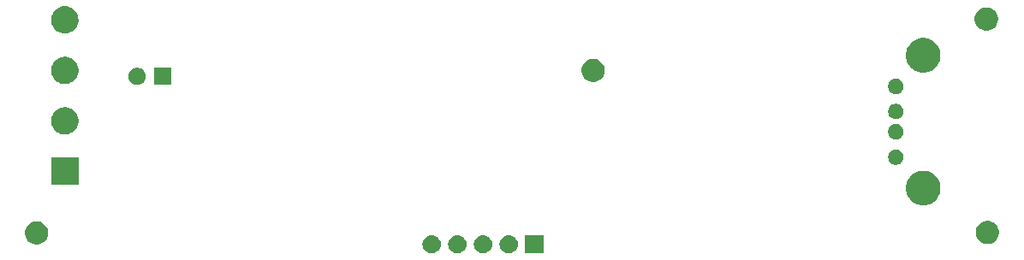
<source format=gbr>
G04 #@! TF.GenerationSoftware,KiCad,Pcbnew,(5.0.0)*
G04 #@! TF.CreationDate,2019-04-15T16:44:06+02:00*
G04 #@! TF.ProjectId,SolarPanelCharger,536F6C617250616E656C436861726765,rev?*
G04 #@! TF.SameCoordinates,Original*
G04 #@! TF.FileFunction,Soldermask,Bot*
G04 #@! TF.FilePolarity,Negative*
%FSLAX46Y46*%
G04 Gerber Fmt 4.6, Leading zero omitted, Abs format (unit mm)*
G04 Created by KiCad (PCBNEW (5.0.0)) date 04/15/19 16:44:06*
%MOMM*%
%LPD*%
G01*
G04 APERTURE LIST*
%ADD10C,0.100000*%
G04 APERTURE END LIST*
D10*
G36*
X64677243Y-44317519D02*
X64743427Y-44324037D01*
X64856653Y-44358384D01*
X64913267Y-44375557D01*
X65015372Y-44430134D01*
X65069791Y-44459222D01*
X65105529Y-44488552D01*
X65206986Y-44571814D01*
X65262617Y-44639602D01*
X65319578Y-44709009D01*
X65319579Y-44709011D01*
X65403243Y-44865533D01*
X65403243Y-44865534D01*
X65454763Y-45035373D01*
X65472159Y-45212000D01*
X65454763Y-45388627D01*
X65420416Y-45501853D01*
X65403243Y-45558467D01*
X65329148Y-45697087D01*
X65319578Y-45714991D01*
X65290248Y-45750729D01*
X65206986Y-45852186D01*
X65105529Y-45935448D01*
X65069791Y-45964778D01*
X65069789Y-45964779D01*
X64913267Y-46048443D01*
X64856653Y-46065616D01*
X64743427Y-46099963D01*
X64677242Y-46106482D01*
X64611060Y-46113000D01*
X64522540Y-46113000D01*
X64456358Y-46106482D01*
X64390173Y-46099963D01*
X64276947Y-46065616D01*
X64220333Y-46048443D01*
X64063811Y-45964779D01*
X64063809Y-45964778D01*
X64028071Y-45935448D01*
X63926614Y-45852186D01*
X63843352Y-45750729D01*
X63814022Y-45714991D01*
X63804452Y-45697087D01*
X63730357Y-45558467D01*
X63713184Y-45501853D01*
X63678837Y-45388627D01*
X63661441Y-45212000D01*
X63678837Y-45035373D01*
X63730357Y-44865534D01*
X63730357Y-44865533D01*
X63814021Y-44709011D01*
X63814022Y-44709009D01*
X63870983Y-44639602D01*
X63926614Y-44571814D01*
X64028071Y-44488552D01*
X64063809Y-44459222D01*
X64118228Y-44430134D01*
X64220333Y-44375557D01*
X64276947Y-44358384D01*
X64390173Y-44324037D01*
X64456357Y-44317519D01*
X64522540Y-44311000D01*
X64611060Y-44311000D01*
X64677243Y-44317519D01*
X64677243Y-44317519D01*
G37*
G36*
X62137243Y-44317519D02*
X62203427Y-44324037D01*
X62316653Y-44358384D01*
X62373267Y-44375557D01*
X62475372Y-44430134D01*
X62529791Y-44459222D01*
X62565529Y-44488552D01*
X62666986Y-44571814D01*
X62722617Y-44639602D01*
X62779578Y-44709009D01*
X62779579Y-44709011D01*
X62863243Y-44865533D01*
X62863243Y-44865534D01*
X62914763Y-45035373D01*
X62932159Y-45212000D01*
X62914763Y-45388627D01*
X62880416Y-45501853D01*
X62863243Y-45558467D01*
X62789148Y-45697087D01*
X62779578Y-45714991D01*
X62750248Y-45750729D01*
X62666986Y-45852186D01*
X62565529Y-45935448D01*
X62529791Y-45964778D01*
X62529789Y-45964779D01*
X62373267Y-46048443D01*
X62316653Y-46065616D01*
X62203427Y-46099963D01*
X62137242Y-46106482D01*
X62071060Y-46113000D01*
X61982540Y-46113000D01*
X61916358Y-46106482D01*
X61850173Y-46099963D01*
X61736947Y-46065616D01*
X61680333Y-46048443D01*
X61523811Y-45964779D01*
X61523809Y-45964778D01*
X61488071Y-45935448D01*
X61386614Y-45852186D01*
X61303352Y-45750729D01*
X61274022Y-45714991D01*
X61264452Y-45697087D01*
X61190357Y-45558467D01*
X61173184Y-45501853D01*
X61138837Y-45388627D01*
X61121441Y-45212000D01*
X61138837Y-45035373D01*
X61190357Y-44865534D01*
X61190357Y-44865533D01*
X61274021Y-44709011D01*
X61274022Y-44709009D01*
X61330983Y-44639602D01*
X61386614Y-44571814D01*
X61488071Y-44488552D01*
X61523809Y-44459222D01*
X61578228Y-44430134D01*
X61680333Y-44375557D01*
X61736947Y-44358384D01*
X61850173Y-44324037D01*
X61916357Y-44317519D01*
X61982540Y-44311000D01*
X62071060Y-44311000D01*
X62137243Y-44317519D01*
X62137243Y-44317519D01*
G37*
G36*
X67217243Y-44317519D02*
X67283427Y-44324037D01*
X67396653Y-44358384D01*
X67453267Y-44375557D01*
X67555372Y-44430134D01*
X67609791Y-44459222D01*
X67645529Y-44488552D01*
X67746986Y-44571814D01*
X67802617Y-44639602D01*
X67859578Y-44709009D01*
X67859579Y-44709011D01*
X67943243Y-44865533D01*
X67943243Y-44865534D01*
X67994763Y-45035373D01*
X68012159Y-45212000D01*
X67994763Y-45388627D01*
X67960416Y-45501853D01*
X67943243Y-45558467D01*
X67869148Y-45697087D01*
X67859578Y-45714991D01*
X67830248Y-45750729D01*
X67746986Y-45852186D01*
X67645529Y-45935448D01*
X67609791Y-45964778D01*
X67609789Y-45964779D01*
X67453267Y-46048443D01*
X67396653Y-46065616D01*
X67283427Y-46099963D01*
X67217242Y-46106482D01*
X67151060Y-46113000D01*
X67062540Y-46113000D01*
X66996358Y-46106482D01*
X66930173Y-46099963D01*
X66816947Y-46065616D01*
X66760333Y-46048443D01*
X66603811Y-45964779D01*
X66603809Y-45964778D01*
X66568071Y-45935448D01*
X66466614Y-45852186D01*
X66383352Y-45750729D01*
X66354022Y-45714991D01*
X66344452Y-45697087D01*
X66270357Y-45558467D01*
X66253184Y-45501853D01*
X66218837Y-45388627D01*
X66201441Y-45212000D01*
X66218837Y-45035373D01*
X66270357Y-44865534D01*
X66270357Y-44865533D01*
X66354021Y-44709011D01*
X66354022Y-44709009D01*
X66410983Y-44639602D01*
X66466614Y-44571814D01*
X66568071Y-44488552D01*
X66603809Y-44459222D01*
X66658228Y-44430134D01*
X66760333Y-44375557D01*
X66816947Y-44358384D01*
X66930173Y-44324037D01*
X66996357Y-44317519D01*
X67062540Y-44311000D01*
X67151060Y-44311000D01*
X67217243Y-44317519D01*
X67217243Y-44317519D01*
G37*
G36*
X73087800Y-46113000D02*
X71285800Y-46113000D01*
X71285800Y-44311000D01*
X73087800Y-44311000D01*
X73087800Y-46113000D01*
X73087800Y-46113000D01*
G37*
G36*
X69757243Y-44317519D02*
X69823427Y-44324037D01*
X69936653Y-44358384D01*
X69993267Y-44375557D01*
X70095372Y-44430134D01*
X70149791Y-44459222D01*
X70185529Y-44488552D01*
X70286986Y-44571814D01*
X70342617Y-44639602D01*
X70399578Y-44709009D01*
X70399579Y-44709011D01*
X70483243Y-44865533D01*
X70483243Y-44865534D01*
X70534763Y-45035373D01*
X70552159Y-45212000D01*
X70534763Y-45388627D01*
X70500416Y-45501853D01*
X70483243Y-45558467D01*
X70409148Y-45697087D01*
X70399578Y-45714991D01*
X70370248Y-45750729D01*
X70286986Y-45852186D01*
X70185529Y-45935448D01*
X70149791Y-45964778D01*
X70149789Y-45964779D01*
X69993267Y-46048443D01*
X69936653Y-46065616D01*
X69823427Y-46099963D01*
X69757242Y-46106482D01*
X69691060Y-46113000D01*
X69602540Y-46113000D01*
X69536358Y-46106482D01*
X69470173Y-46099963D01*
X69356947Y-46065616D01*
X69300333Y-46048443D01*
X69143811Y-45964779D01*
X69143809Y-45964778D01*
X69108071Y-45935448D01*
X69006614Y-45852186D01*
X68923352Y-45750729D01*
X68894022Y-45714991D01*
X68884452Y-45697087D01*
X68810357Y-45558467D01*
X68793184Y-45501853D01*
X68758837Y-45388627D01*
X68741441Y-45212000D01*
X68758837Y-45035373D01*
X68810357Y-44865534D01*
X68810357Y-44865533D01*
X68894021Y-44709011D01*
X68894022Y-44709009D01*
X68950983Y-44639602D01*
X69006614Y-44571814D01*
X69108071Y-44488552D01*
X69143809Y-44459222D01*
X69198228Y-44430134D01*
X69300333Y-44375557D01*
X69356947Y-44358384D01*
X69470173Y-44324037D01*
X69536357Y-44317519D01*
X69602540Y-44311000D01*
X69691060Y-44311000D01*
X69757243Y-44317519D01*
X69757243Y-44317519D01*
G37*
G36*
X23297334Y-42987632D02*
X23506802Y-43074396D01*
X23695323Y-43200362D01*
X23855638Y-43360677D01*
X23981604Y-43549198D01*
X24068368Y-43758666D01*
X24112600Y-43981035D01*
X24112600Y-44207765D01*
X24068368Y-44430134D01*
X23981604Y-44639602D01*
X23855638Y-44828123D01*
X23695323Y-44988438D01*
X23506802Y-45114404D01*
X23297334Y-45201168D01*
X23074965Y-45245400D01*
X22848235Y-45245400D01*
X22625866Y-45201168D01*
X22416398Y-45114404D01*
X22227877Y-44988438D01*
X22067562Y-44828123D01*
X21941596Y-44639602D01*
X21854832Y-44430134D01*
X21810600Y-44207765D01*
X21810600Y-43981035D01*
X21854832Y-43758666D01*
X21941596Y-43549198D01*
X22067562Y-43360677D01*
X22227877Y-43200362D01*
X22416398Y-43074396D01*
X22625866Y-42987632D01*
X22848235Y-42943400D01*
X23074965Y-42943400D01*
X23297334Y-42987632D01*
X23297334Y-42987632D01*
G37*
G36*
X117328134Y-42936832D02*
X117537602Y-43023596D01*
X117726123Y-43149562D01*
X117886438Y-43309877D01*
X118012404Y-43498398D01*
X118099168Y-43707866D01*
X118143400Y-43930235D01*
X118143400Y-44156965D01*
X118099168Y-44379334D01*
X118012404Y-44588802D01*
X117886438Y-44777323D01*
X117726123Y-44937638D01*
X117537602Y-45063604D01*
X117328134Y-45150368D01*
X117105765Y-45194600D01*
X116879035Y-45194600D01*
X116656666Y-45150368D01*
X116447198Y-45063604D01*
X116258677Y-44937638D01*
X116098362Y-44777323D01*
X115972396Y-44588802D01*
X115885632Y-44379334D01*
X115841400Y-44156965D01*
X115841400Y-43930235D01*
X115885632Y-43707866D01*
X115972396Y-43498398D01*
X116098362Y-43309877D01*
X116258677Y-43149562D01*
X116447198Y-43023596D01*
X116656666Y-42936832D01*
X116879035Y-42892600D01*
X117105765Y-42892600D01*
X117328134Y-42936832D01*
X117328134Y-42936832D01*
G37*
G36*
X110975809Y-37977338D02*
X111140897Y-38010176D01*
X111269724Y-38063538D01*
X111451914Y-38139003D01*
X111731827Y-38326035D01*
X111969865Y-38564073D01*
X112156897Y-38843986D01*
X112285724Y-39155004D01*
X112351400Y-39485177D01*
X112351400Y-39821823D01*
X112285724Y-40151996D01*
X112156897Y-40463014D01*
X111969865Y-40742927D01*
X111731827Y-40980965D01*
X111451914Y-41167997D01*
X111269724Y-41243462D01*
X111140897Y-41296824D01*
X110975809Y-41329662D01*
X110810723Y-41362500D01*
X110474077Y-41362500D01*
X110143903Y-41296824D01*
X110015076Y-41243462D01*
X109832886Y-41167997D01*
X109552973Y-40980965D01*
X109314935Y-40742927D01*
X109127903Y-40463014D01*
X108999076Y-40151996D01*
X108933400Y-39821823D01*
X108933400Y-39485177D01*
X108999076Y-39155004D01*
X109127903Y-38843986D01*
X109314935Y-38564073D01*
X109552973Y-38326035D01*
X109832886Y-38139003D01*
X110015076Y-38063538D01*
X110143903Y-38010176D01*
X110308991Y-37977338D01*
X110474077Y-37944500D01*
X110810723Y-37944500D01*
X110975809Y-37977338D01*
X110975809Y-37977338D01*
G37*
G36*
X27106600Y-39349400D02*
X24404600Y-39349400D01*
X24404600Y-36647400D01*
X27106600Y-36647400D01*
X27106600Y-39349400D01*
X27106600Y-39349400D01*
G37*
G36*
X108155542Y-35847898D02*
X108294764Y-35905565D01*
X108420059Y-35989285D01*
X108526615Y-36095841D01*
X108610335Y-36221136D01*
X108668002Y-36360358D01*
X108697400Y-36508154D01*
X108697400Y-36658846D01*
X108668002Y-36806642D01*
X108610335Y-36945864D01*
X108526615Y-37071159D01*
X108420059Y-37177715D01*
X108294764Y-37261435D01*
X108155542Y-37319102D01*
X108007746Y-37348500D01*
X107857054Y-37348500D01*
X107709258Y-37319102D01*
X107570036Y-37261435D01*
X107444741Y-37177715D01*
X107338185Y-37071159D01*
X107254465Y-36945864D01*
X107196798Y-36806642D01*
X107167400Y-36658846D01*
X107167400Y-36508154D01*
X107196798Y-36360358D01*
X107254465Y-36221136D01*
X107338185Y-36095841D01*
X107444741Y-35989285D01*
X107570036Y-35905565D01*
X107709258Y-35847898D01*
X107857054Y-35818500D01*
X108007746Y-35818500D01*
X108155542Y-35847898D01*
X108155542Y-35847898D01*
G37*
G36*
X108155542Y-33347898D02*
X108294764Y-33405565D01*
X108420059Y-33489285D01*
X108526615Y-33595841D01*
X108610335Y-33721136D01*
X108668002Y-33860358D01*
X108697400Y-34008154D01*
X108697400Y-34158846D01*
X108668002Y-34306642D01*
X108610335Y-34445864D01*
X108526615Y-34571159D01*
X108420059Y-34677715D01*
X108294764Y-34761435D01*
X108155542Y-34819102D01*
X108007746Y-34848500D01*
X107857054Y-34848500D01*
X107709258Y-34819102D01*
X107570036Y-34761435D01*
X107444741Y-34677715D01*
X107338185Y-34571159D01*
X107254465Y-34445864D01*
X107196798Y-34306642D01*
X107167400Y-34158846D01*
X107167400Y-34008154D01*
X107196798Y-33860358D01*
X107254465Y-33721136D01*
X107338185Y-33595841D01*
X107444741Y-33489285D01*
X107570036Y-33405565D01*
X107709258Y-33347898D01*
X107857054Y-33318500D01*
X108007746Y-33318500D01*
X108155542Y-33347898D01*
X108155542Y-33347898D01*
G37*
G36*
X26019167Y-31673359D02*
X26149672Y-31699318D01*
X26395539Y-31801159D01*
X26616064Y-31948510D01*
X26616815Y-31949012D01*
X26804988Y-32137185D01*
X26804990Y-32137188D01*
X26952841Y-32358461D01*
X27054682Y-32604328D01*
X27106600Y-32865338D01*
X27106600Y-33131462D01*
X27054682Y-33392472D01*
X26952841Y-33638339D01*
X26805490Y-33858864D01*
X26804988Y-33859615D01*
X26616815Y-34047788D01*
X26616812Y-34047790D01*
X26395539Y-34195641D01*
X26149672Y-34297482D01*
X26103621Y-34306642D01*
X25888663Y-34349400D01*
X25622537Y-34349400D01*
X25407579Y-34306642D01*
X25361528Y-34297482D01*
X25115661Y-34195641D01*
X24894388Y-34047790D01*
X24894385Y-34047788D01*
X24706212Y-33859615D01*
X24705710Y-33858864D01*
X24558359Y-33638339D01*
X24456518Y-33392472D01*
X24404600Y-33131462D01*
X24404600Y-32865338D01*
X24456518Y-32604328D01*
X24558359Y-32358461D01*
X24706210Y-32137188D01*
X24706212Y-32137185D01*
X24894385Y-31949012D01*
X24895136Y-31948510D01*
X25115661Y-31801159D01*
X25361528Y-31699318D01*
X25492033Y-31673359D01*
X25622537Y-31647400D01*
X25888663Y-31647400D01*
X26019167Y-31673359D01*
X26019167Y-31673359D01*
G37*
G36*
X108155542Y-31347898D02*
X108294764Y-31405565D01*
X108420059Y-31489285D01*
X108526615Y-31595841D01*
X108610335Y-31721136D01*
X108668002Y-31860358D01*
X108697400Y-32008154D01*
X108697400Y-32158846D01*
X108668002Y-32306642D01*
X108610335Y-32445864D01*
X108526615Y-32571159D01*
X108420059Y-32677715D01*
X108294764Y-32761435D01*
X108155542Y-32819102D01*
X108007746Y-32848500D01*
X107857054Y-32848500D01*
X107709258Y-32819102D01*
X107570036Y-32761435D01*
X107444741Y-32677715D01*
X107338185Y-32571159D01*
X107254465Y-32445864D01*
X107196798Y-32306642D01*
X107167400Y-32158846D01*
X107167400Y-32008154D01*
X107196798Y-31860358D01*
X107254465Y-31721136D01*
X107338185Y-31595841D01*
X107444741Y-31489285D01*
X107570036Y-31405565D01*
X107709258Y-31347898D01*
X107857054Y-31318500D01*
X108007746Y-31318500D01*
X108155542Y-31347898D01*
X108155542Y-31347898D01*
G37*
G36*
X108155542Y-28847898D02*
X108294764Y-28905565D01*
X108420059Y-28989285D01*
X108526615Y-29095841D01*
X108610335Y-29221136D01*
X108668002Y-29360358D01*
X108697400Y-29508154D01*
X108697400Y-29658846D01*
X108668002Y-29806642D01*
X108610335Y-29945864D01*
X108526615Y-30071159D01*
X108420059Y-30177715D01*
X108294764Y-30261435D01*
X108155542Y-30319102D01*
X108007746Y-30348500D01*
X107857054Y-30348500D01*
X107709258Y-30319102D01*
X107570036Y-30261435D01*
X107444741Y-30177715D01*
X107338185Y-30071159D01*
X107254465Y-29945864D01*
X107196798Y-29806642D01*
X107167400Y-29658846D01*
X107167400Y-29508154D01*
X107196798Y-29360358D01*
X107254465Y-29221136D01*
X107338185Y-29095841D01*
X107444741Y-28989285D01*
X107570036Y-28905565D01*
X107709258Y-28847898D01*
X107857054Y-28818500D01*
X108007746Y-28818500D01*
X108155542Y-28847898D01*
X108155542Y-28847898D01*
G37*
G36*
X36258600Y-29451400D02*
X34556600Y-29451400D01*
X34556600Y-27749400D01*
X36258600Y-27749400D01*
X36258600Y-29451400D01*
X36258600Y-29451400D01*
G37*
G36*
X33155828Y-27782103D02*
X33310700Y-27846253D01*
X33450081Y-27939385D01*
X33568615Y-28057919D01*
X33661747Y-28197300D01*
X33725897Y-28352172D01*
X33758600Y-28516584D01*
X33758600Y-28684216D01*
X33725897Y-28848628D01*
X33661747Y-29003500D01*
X33568615Y-29142881D01*
X33450081Y-29261415D01*
X33310700Y-29354547D01*
X33155828Y-29418697D01*
X32991416Y-29451400D01*
X32823784Y-29451400D01*
X32659372Y-29418697D01*
X32504500Y-29354547D01*
X32365119Y-29261415D01*
X32246585Y-29142881D01*
X32153453Y-29003500D01*
X32089303Y-28848628D01*
X32056600Y-28684216D01*
X32056600Y-28516584D01*
X32089303Y-28352172D01*
X32153453Y-28197300D01*
X32246585Y-28057919D01*
X32365119Y-27939385D01*
X32504500Y-27846253D01*
X32659372Y-27782103D01*
X32823784Y-27749400D01*
X32991416Y-27749400D01*
X33155828Y-27782103D01*
X33155828Y-27782103D01*
G37*
G36*
X26019167Y-26673359D02*
X26149672Y-26699318D01*
X26395539Y-26801159D01*
X26616064Y-26948510D01*
X26616815Y-26949012D01*
X26804988Y-27137185D01*
X26804990Y-27137188D01*
X26952841Y-27358461D01*
X27054682Y-27604328D01*
X27054682Y-27604329D01*
X27106600Y-27865337D01*
X27106600Y-28131463D01*
X27080641Y-28261967D01*
X27054682Y-28392472D01*
X26952841Y-28638339D01*
X26832460Y-28818500D01*
X26804988Y-28859615D01*
X26616815Y-29047788D01*
X26616812Y-29047790D01*
X26395539Y-29195641D01*
X26149672Y-29297482D01*
X26019167Y-29323441D01*
X25888663Y-29349400D01*
X25622537Y-29349400D01*
X25492033Y-29323441D01*
X25361528Y-29297482D01*
X25115661Y-29195641D01*
X24894388Y-29047790D01*
X24894385Y-29047788D01*
X24706212Y-28859615D01*
X24678740Y-28818500D01*
X24558359Y-28638339D01*
X24456518Y-28392472D01*
X24430559Y-28261967D01*
X24404600Y-28131463D01*
X24404600Y-27865337D01*
X24456518Y-27604329D01*
X24456518Y-27604328D01*
X24558359Y-27358461D01*
X24706210Y-27137188D01*
X24706212Y-27137185D01*
X24894385Y-26949012D01*
X24895136Y-26948510D01*
X25115661Y-26801159D01*
X25361528Y-26699318D01*
X25492033Y-26673359D01*
X25622537Y-26647400D01*
X25888663Y-26647400D01*
X26019167Y-26673359D01*
X26019167Y-26673359D01*
G37*
G36*
X78335734Y-26893232D02*
X78545202Y-26979996D01*
X78733723Y-27105962D01*
X78894038Y-27266277D01*
X79020004Y-27454798D01*
X79106768Y-27664266D01*
X79151000Y-27886635D01*
X79151000Y-28113365D01*
X79106768Y-28335734D01*
X79020004Y-28545202D01*
X78894038Y-28733723D01*
X78733723Y-28894038D01*
X78545202Y-29020004D01*
X78335734Y-29106768D01*
X78113365Y-29151000D01*
X77886635Y-29151000D01*
X77664266Y-29106768D01*
X77454798Y-29020004D01*
X77266277Y-28894038D01*
X77105962Y-28733723D01*
X76979996Y-28545202D01*
X76893232Y-28335734D01*
X76849000Y-28113365D01*
X76849000Y-27886635D01*
X76893232Y-27664266D01*
X76979996Y-27454798D01*
X77105962Y-27266277D01*
X77266277Y-27105962D01*
X77454798Y-26979996D01*
X77664266Y-26893232D01*
X77886635Y-26849000D01*
X78113365Y-26849000D01*
X78335734Y-26893232D01*
X78335734Y-26893232D01*
G37*
G36*
X110975809Y-24837338D02*
X111140897Y-24870176D01*
X111269724Y-24923538D01*
X111451914Y-24999003D01*
X111731827Y-25186035D01*
X111969865Y-25424073D01*
X112156897Y-25703986D01*
X112232362Y-25886176D01*
X112285724Y-26015003D01*
X112351400Y-26345178D01*
X112351400Y-26681822D01*
X112298253Y-26949012D01*
X112285724Y-27011996D01*
X112156897Y-27323014D01*
X111969865Y-27602927D01*
X111731827Y-27840965D01*
X111451914Y-28027997D01*
X111379675Y-28057919D01*
X111140897Y-28156824D01*
X110810723Y-28222500D01*
X110474077Y-28222500D01*
X110143903Y-28156824D01*
X109905125Y-28057919D01*
X109832886Y-28027997D01*
X109552973Y-27840965D01*
X109314935Y-27602927D01*
X109127903Y-27323014D01*
X108999076Y-27011996D01*
X108986548Y-26949012D01*
X108933400Y-26681822D01*
X108933400Y-26345178D01*
X108999076Y-26015003D01*
X109052438Y-25886176D01*
X109127903Y-25703986D01*
X109314935Y-25424073D01*
X109552973Y-25186035D01*
X109832886Y-24999003D01*
X110015076Y-24923538D01*
X110143903Y-24870176D01*
X110308991Y-24837338D01*
X110474077Y-24804500D01*
X110810723Y-24804500D01*
X110975809Y-24837338D01*
X110975809Y-24837338D01*
G37*
G36*
X26019167Y-21673359D02*
X26149672Y-21699318D01*
X26395539Y-21801159D01*
X26616064Y-21948510D01*
X26616815Y-21949012D01*
X26804988Y-22137185D01*
X26804990Y-22137188D01*
X26952841Y-22358461D01*
X27042561Y-22575066D01*
X27054682Y-22604329D01*
X27093094Y-22797436D01*
X27106600Y-22865338D01*
X27106600Y-23131462D01*
X27054682Y-23392472D01*
X26952841Y-23638339D01*
X26805490Y-23858864D01*
X26804988Y-23859615D01*
X26616815Y-24047788D01*
X26616812Y-24047790D01*
X26395539Y-24195641D01*
X26149672Y-24297482D01*
X26019167Y-24323441D01*
X25888663Y-24349400D01*
X25622537Y-24349400D01*
X25492033Y-24323441D01*
X25361528Y-24297482D01*
X25115661Y-24195641D01*
X24894388Y-24047790D01*
X24894385Y-24047788D01*
X24706212Y-23859615D01*
X24705710Y-23858864D01*
X24558359Y-23638339D01*
X24456518Y-23392472D01*
X24404600Y-23131462D01*
X24404600Y-22865338D01*
X24418107Y-22797436D01*
X24456518Y-22604329D01*
X24468639Y-22575066D01*
X24558359Y-22358461D01*
X24706210Y-22137188D01*
X24706212Y-22137185D01*
X24894385Y-21949012D01*
X24895136Y-21948510D01*
X25115661Y-21801159D01*
X25361528Y-21699318D01*
X25492033Y-21673359D01*
X25622537Y-21647400D01*
X25888663Y-21647400D01*
X26019167Y-21673359D01*
X26019167Y-21673359D01*
G37*
G36*
X117226534Y-21804032D02*
X117436002Y-21890796D01*
X117624523Y-22016762D01*
X117784838Y-22177077D01*
X117910804Y-22365598D01*
X117997568Y-22575066D01*
X118041800Y-22797435D01*
X118041800Y-23024165D01*
X117997568Y-23246534D01*
X117910804Y-23456002D01*
X117784838Y-23644523D01*
X117624523Y-23804838D01*
X117436002Y-23930804D01*
X117226534Y-24017568D01*
X117004165Y-24061800D01*
X116777435Y-24061800D01*
X116555066Y-24017568D01*
X116345598Y-23930804D01*
X116157077Y-23804838D01*
X115996762Y-23644523D01*
X115870796Y-23456002D01*
X115784032Y-23246534D01*
X115739800Y-23024165D01*
X115739800Y-22797435D01*
X115784032Y-22575066D01*
X115870796Y-22365598D01*
X115996762Y-22177077D01*
X116157077Y-22016762D01*
X116345598Y-21890796D01*
X116555066Y-21804032D01*
X116777435Y-21759800D01*
X117004165Y-21759800D01*
X117226534Y-21804032D01*
X117226534Y-21804032D01*
G37*
M02*

</source>
